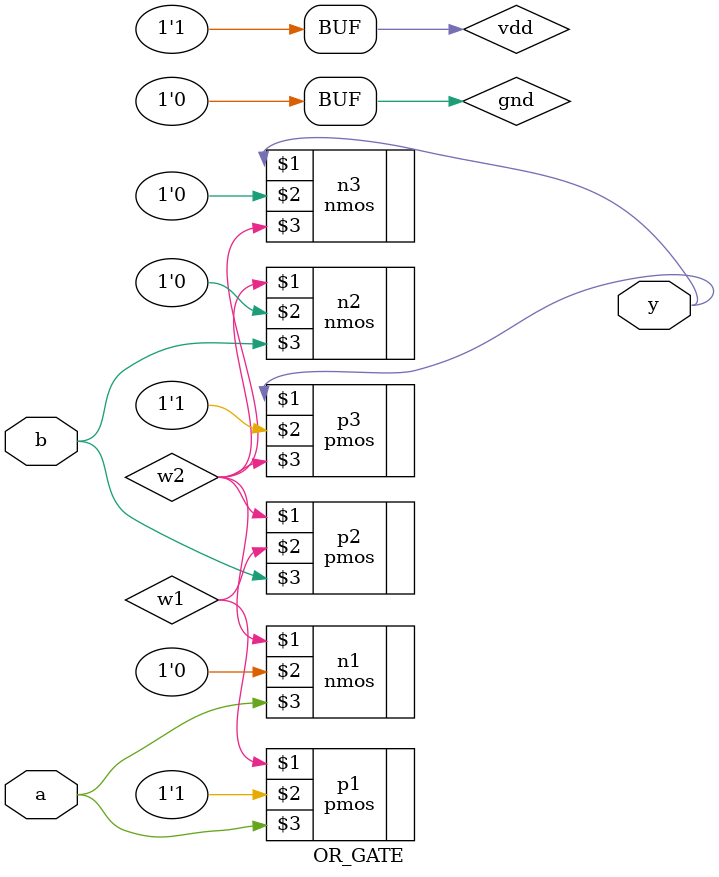
<source format=v>
module OR_GATE(a,b,y);
     input a,b;
     output y;

     //internol signols
     wire w1,w2;
     supply1 vdd;
     supply0 gnd;

     //switch primitives
     pmos p1(w1,vdd,a);
     pmos p2(w2,w1,b);
     pmos p3(y,vdd,w2);

     nmos n1(w2,gnd,a);
     nmos n2(w2,gnd,b);
     nmos n3(y,gnd,w2);
endmodule

</source>
